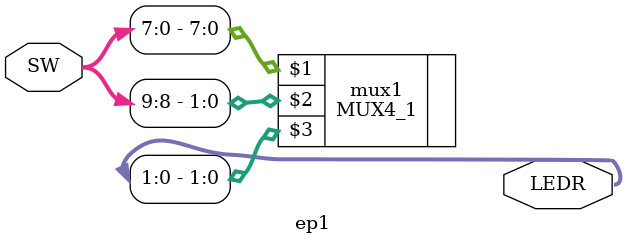
<source format=v>


module ep1(

	//////////// SW //////////
	input 		     [9:0]		SW,

	//////////// LED //////////
	output		     [9:0]		LEDR
);



//=======================================================
//  REG/WIRE declarations
//=======================================================

MUX4_1 mux1(SW[7:0],SW[9:8],LEDR[1:0]);


//=======================================================
//  Structural coding
//=======================================================



endmodule

</source>
